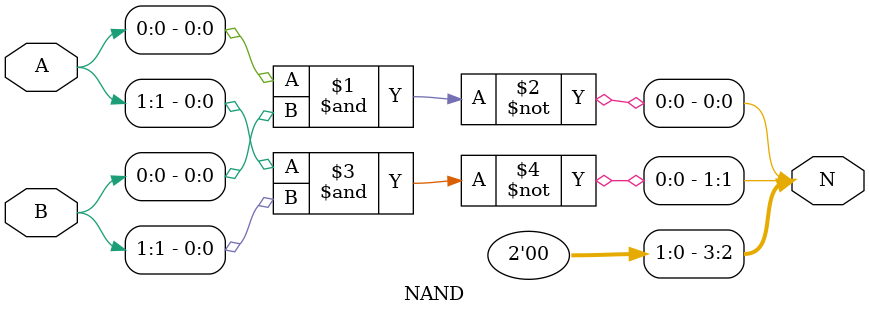
<source format=v>
`timescale 1ns / 1ps
module NAND(N,A,B);
	output [3:0]N;
	input [1:0]A;
	input [1:0]B;
	
	/*
	nand g1(N[0],A[0],B[0]);
	nand g2(N[1],A[1],B[1]);
	*/
	
	assign N[0]=~(A[0]&B[0]);
	assign N[1]=~(A[1]&B[1]);
	
	assign N[2]=0;
	assign N[3]=0;
endmodule

</source>
